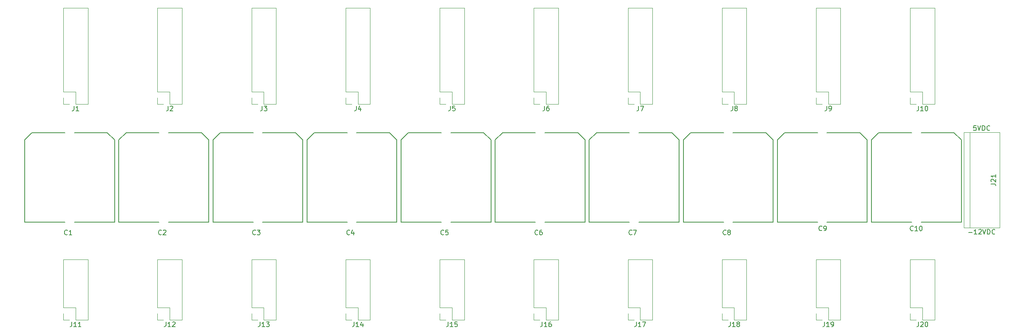
<source format=gbr>
G04 #@! TF.GenerationSoftware,KiCad,Pcbnew,9.0.0*
G04 #@! TF.CreationDate,2025-02-23T15:51:00-07:00*
G04 #@! TF.ProjectId,Power_Distribution,506f7765-725f-4446-9973-747269627574,rev?*
G04 #@! TF.SameCoordinates,Original*
G04 #@! TF.FileFunction,Legend,Top*
G04 #@! TF.FilePolarity,Positive*
%FSLAX46Y46*%
G04 Gerber Fmt 4.6, Leading zero omitted, Abs format (unit mm)*
G04 Created by KiCad (PCBNEW 9.0.0) date 2025-02-23 15:51:00*
%MOMM*%
%LPD*%
G01*
G04 APERTURE LIST*
%ADD10C,0.150000*%
%ADD11C,0.120000*%
G04 APERTURE END LIST*
D10*
X203105095Y-54683866D02*
X203867000Y-54683866D01*
X204866999Y-55064819D02*
X204295571Y-55064819D01*
X204581285Y-55064819D02*
X204581285Y-54064819D01*
X204581285Y-54064819D02*
X204486047Y-54207676D01*
X204486047Y-54207676D02*
X204390809Y-54302914D01*
X204390809Y-54302914D02*
X204295571Y-54350533D01*
X205247952Y-54160057D02*
X205295571Y-54112438D01*
X205295571Y-54112438D02*
X205390809Y-54064819D01*
X205390809Y-54064819D02*
X205628904Y-54064819D01*
X205628904Y-54064819D02*
X205724142Y-54112438D01*
X205724142Y-54112438D02*
X205771761Y-54160057D01*
X205771761Y-54160057D02*
X205819380Y-54255295D01*
X205819380Y-54255295D02*
X205819380Y-54350533D01*
X205819380Y-54350533D02*
X205771761Y-54493390D01*
X205771761Y-54493390D02*
X205200333Y-55064819D01*
X205200333Y-55064819D02*
X205819380Y-55064819D01*
X206105095Y-54064819D02*
X206438428Y-55064819D01*
X206438428Y-55064819D02*
X206771761Y-54064819D01*
X207105095Y-55064819D02*
X207105095Y-54064819D01*
X207105095Y-54064819D02*
X207343190Y-54064819D01*
X207343190Y-54064819D02*
X207486047Y-54112438D01*
X207486047Y-54112438D02*
X207581285Y-54207676D01*
X207581285Y-54207676D02*
X207628904Y-54302914D01*
X207628904Y-54302914D02*
X207676523Y-54493390D01*
X207676523Y-54493390D02*
X207676523Y-54636247D01*
X207676523Y-54636247D02*
X207628904Y-54826723D01*
X207628904Y-54826723D02*
X207581285Y-54921961D01*
X207581285Y-54921961D02*
X207486047Y-55017200D01*
X207486047Y-55017200D02*
X207343190Y-55064819D01*
X207343190Y-55064819D02*
X207105095Y-55064819D01*
X208676523Y-54969580D02*
X208628904Y-55017200D01*
X208628904Y-55017200D02*
X208486047Y-55064819D01*
X208486047Y-55064819D02*
X208390809Y-55064819D01*
X208390809Y-55064819D02*
X208247952Y-55017200D01*
X208247952Y-55017200D02*
X208152714Y-54921961D01*
X208152714Y-54921961D02*
X208105095Y-54826723D01*
X208105095Y-54826723D02*
X208057476Y-54636247D01*
X208057476Y-54636247D02*
X208057476Y-54493390D01*
X208057476Y-54493390D02*
X208105095Y-54302914D01*
X208105095Y-54302914D02*
X208152714Y-54207676D01*
X208152714Y-54207676D02*
X208247952Y-54112438D01*
X208247952Y-54112438D02*
X208390809Y-54064819D01*
X208390809Y-54064819D02*
X208486047Y-54064819D01*
X208486047Y-54064819D02*
X208628904Y-54112438D01*
X208628904Y-54112438D02*
X208676523Y-54160057D01*
X204676523Y-31966819D02*
X204200333Y-31966819D01*
X204200333Y-31966819D02*
X204152714Y-32443009D01*
X204152714Y-32443009D02*
X204200333Y-32395390D01*
X204200333Y-32395390D02*
X204295571Y-32347771D01*
X204295571Y-32347771D02*
X204533666Y-32347771D01*
X204533666Y-32347771D02*
X204628904Y-32395390D01*
X204628904Y-32395390D02*
X204676523Y-32443009D01*
X204676523Y-32443009D02*
X204724142Y-32538247D01*
X204724142Y-32538247D02*
X204724142Y-32776342D01*
X204724142Y-32776342D02*
X204676523Y-32871580D01*
X204676523Y-32871580D02*
X204628904Y-32919200D01*
X204628904Y-32919200D02*
X204533666Y-32966819D01*
X204533666Y-32966819D02*
X204295571Y-32966819D01*
X204295571Y-32966819D02*
X204200333Y-32919200D01*
X204200333Y-32919200D02*
X204152714Y-32871580D01*
X205009857Y-31966819D02*
X205343190Y-32966819D01*
X205343190Y-32966819D02*
X205676523Y-31966819D01*
X206009857Y-32966819D02*
X206009857Y-31966819D01*
X206009857Y-31966819D02*
X206247952Y-31966819D01*
X206247952Y-31966819D02*
X206390809Y-32014438D01*
X206390809Y-32014438D02*
X206486047Y-32109676D01*
X206486047Y-32109676D02*
X206533666Y-32204914D01*
X206533666Y-32204914D02*
X206581285Y-32395390D01*
X206581285Y-32395390D02*
X206581285Y-32538247D01*
X206581285Y-32538247D02*
X206533666Y-32728723D01*
X206533666Y-32728723D02*
X206486047Y-32823961D01*
X206486047Y-32823961D02*
X206390809Y-32919200D01*
X206390809Y-32919200D02*
X206247952Y-32966819D01*
X206247952Y-32966819D02*
X206009857Y-32966819D01*
X207581285Y-32871580D02*
X207533666Y-32919200D01*
X207533666Y-32919200D02*
X207390809Y-32966819D01*
X207390809Y-32966819D02*
X207295571Y-32966819D01*
X207295571Y-32966819D02*
X207152714Y-32919200D01*
X207152714Y-32919200D02*
X207057476Y-32823961D01*
X207057476Y-32823961D02*
X207009857Y-32728723D01*
X207009857Y-32728723D02*
X206962238Y-32538247D01*
X206962238Y-32538247D02*
X206962238Y-32395390D01*
X206962238Y-32395390D02*
X207009857Y-32204914D01*
X207009857Y-32204914D02*
X207057476Y-32109676D01*
X207057476Y-32109676D02*
X207152714Y-32014438D01*
X207152714Y-32014438D02*
X207295571Y-31966819D01*
X207295571Y-31966819D02*
X207390809Y-31966819D01*
X207390809Y-31966819D02*
X207533666Y-32014438D01*
X207533666Y-32014438D02*
X207581285Y-32062057D01*
X31515833Y-55107080D02*
X31468214Y-55154700D01*
X31468214Y-55154700D02*
X31325357Y-55202319D01*
X31325357Y-55202319D02*
X31230119Y-55202319D01*
X31230119Y-55202319D02*
X31087262Y-55154700D01*
X31087262Y-55154700D02*
X30992024Y-55059461D01*
X30992024Y-55059461D02*
X30944405Y-54964223D01*
X30944405Y-54964223D02*
X30896786Y-54773747D01*
X30896786Y-54773747D02*
X30896786Y-54630890D01*
X30896786Y-54630890D02*
X30944405Y-54440414D01*
X30944405Y-54440414D02*
X30992024Y-54345176D01*
X30992024Y-54345176D02*
X31087262Y-54249938D01*
X31087262Y-54249938D02*
X31230119Y-54202319D01*
X31230119Y-54202319D02*
X31325357Y-54202319D01*
X31325357Y-54202319D02*
X31468214Y-54249938D01*
X31468214Y-54249938D02*
X31515833Y-54297557D01*
X31896786Y-54297557D02*
X31944405Y-54249938D01*
X31944405Y-54249938D02*
X32039643Y-54202319D01*
X32039643Y-54202319D02*
X32277738Y-54202319D01*
X32277738Y-54202319D02*
X32372976Y-54249938D01*
X32372976Y-54249938D02*
X32420595Y-54297557D01*
X32420595Y-54297557D02*
X32468214Y-54392795D01*
X32468214Y-54392795D02*
X32468214Y-54488033D01*
X32468214Y-54488033D02*
X32420595Y-54630890D01*
X32420595Y-54630890D02*
X31849167Y-55202319D01*
X31849167Y-55202319D02*
X32468214Y-55202319D01*
X11515833Y-55107080D02*
X11468214Y-55154700D01*
X11468214Y-55154700D02*
X11325357Y-55202319D01*
X11325357Y-55202319D02*
X11230119Y-55202319D01*
X11230119Y-55202319D02*
X11087262Y-55154700D01*
X11087262Y-55154700D02*
X10992024Y-55059461D01*
X10992024Y-55059461D02*
X10944405Y-54964223D01*
X10944405Y-54964223D02*
X10896786Y-54773747D01*
X10896786Y-54773747D02*
X10896786Y-54630890D01*
X10896786Y-54630890D02*
X10944405Y-54440414D01*
X10944405Y-54440414D02*
X10992024Y-54345176D01*
X10992024Y-54345176D02*
X11087262Y-54249938D01*
X11087262Y-54249938D02*
X11230119Y-54202319D01*
X11230119Y-54202319D02*
X11325357Y-54202319D01*
X11325357Y-54202319D02*
X11468214Y-54249938D01*
X11468214Y-54249938D02*
X11515833Y-54297557D01*
X12468214Y-55202319D02*
X11896786Y-55202319D01*
X12182500Y-55202319D02*
X12182500Y-54202319D01*
X12182500Y-54202319D02*
X12087262Y-54345176D01*
X12087262Y-54345176D02*
X11992024Y-54440414D01*
X11992024Y-54440414D02*
X11896786Y-54488033D01*
X51515833Y-55107080D02*
X51468214Y-55154700D01*
X51468214Y-55154700D02*
X51325357Y-55202319D01*
X51325357Y-55202319D02*
X51230119Y-55202319D01*
X51230119Y-55202319D02*
X51087262Y-55154700D01*
X51087262Y-55154700D02*
X50992024Y-55059461D01*
X50992024Y-55059461D02*
X50944405Y-54964223D01*
X50944405Y-54964223D02*
X50896786Y-54773747D01*
X50896786Y-54773747D02*
X50896786Y-54630890D01*
X50896786Y-54630890D02*
X50944405Y-54440414D01*
X50944405Y-54440414D02*
X50992024Y-54345176D01*
X50992024Y-54345176D02*
X51087262Y-54249938D01*
X51087262Y-54249938D02*
X51230119Y-54202319D01*
X51230119Y-54202319D02*
X51325357Y-54202319D01*
X51325357Y-54202319D02*
X51468214Y-54249938D01*
X51468214Y-54249938D02*
X51515833Y-54297557D01*
X51849167Y-54202319D02*
X52468214Y-54202319D01*
X52468214Y-54202319D02*
X52134881Y-54583271D01*
X52134881Y-54583271D02*
X52277738Y-54583271D01*
X52277738Y-54583271D02*
X52372976Y-54630890D01*
X52372976Y-54630890D02*
X52420595Y-54678509D01*
X52420595Y-54678509D02*
X52468214Y-54773747D01*
X52468214Y-54773747D02*
X52468214Y-55011842D01*
X52468214Y-55011842D02*
X52420595Y-55107080D01*
X52420595Y-55107080D02*
X52372976Y-55154700D01*
X52372976Y-55154700D02*
X52277738Y-55202319D01*
X52277738Y-55202319D02*
X51992024Y-55202319D01*
X51992024Y-55202319D02*
X51896786Y-55154700D01*
X51896786Y-55154700D02*
X51849167Y-55107080D01*
X71515833Y-55107080D02*
X71468214Y-55154700D01*
X71468214Y-55154700D02*
X71325357Y-55202319D01*
X71325357Y-55202319D02*
X71230119Y-55202319D01*
X71230119Y-55202319D02*
X71087262Y-55154700D01*
X71087262Y-55154700D02*
X70992024Y-55059461D01*
X70992024Y-55059461D02*
X70944405Y-54964223D01*
X70944405Y-54964223D02*
X70896786Y-54773747D01*
X70896786Y-54773747D02*
X70896786Y-54630890D01*
X70896786Y-54630890D02*
X70944405Y-54440414D01*
X70944405Y-54440414D02*
X70992024Y-54345176D01*
X70992024Y-54345176D02*
X71087262Y-54249938D01*
X71087262Y-54249938D02*
X71230119Y-54202319D01*
X71230119Y-54202319D02*
X71325357Y-54202319D01*
X71325357Y-54202319D02*
X71468214Y-54249938D01*
X71468214Y-54249938D02*
X71515833Y-54297557D01*
X72372976Y-54535652D02*
X72372976Y-55202319D01*
X72134881Y-54154700D02*
X71896786Y-54868985D01*
X71896786Y-54868985D02*
X72515833Y-54868985D01*
X131515833Y-55107080D02*
X131468214Y-55154700D01*
X131468214Y-55154700D02*
X131325357Y-55202319D01*
X131325357Y-55202319D02*
X131230119Y-55202319D01*
X131230119Y-55202319D02*
X131087262Y-55154700D01*
X131087262Y-55154700D02*
X130992024Y-55059461D01*
X130992024Y-55059461D02*
X130944405Y-54964223D01*
X130944405Y-54964223D02*
X130896786Y-54773747D01*
X130896786Y-54773747D02*
X130896786Y-54630890D01*
X130896786Y-54630890D02*
X130944405Y-54440414D01*
X130944405Y-54440414D02*
X130992024Y-54345176D01*
X130992024Y-54345176D02*
X131087262Y-54249938D01*
X131087262Y-54249938D02*
X131230119Y-54202319D01*
X131230119Y-54202319D02*
X131325357Y-54202319D01*
X131325357Y-54202319D02*
X131468214Y-54249938D01*
X131468214Y-54249938D02*
X131515833Y-54297557D01*
X131849167Y-54202319D02*
X132515833Y-54202319D01*
X132515833Y-54202319D02*
X132087262Y-55202319D01*
X151515833Y-55107080D02*
X151468214Y-55154700D01*
X151468214Y-55154700D02*
X151325357Y-55202319D01*
X151325357Y-55202319D02*
X151230119Y-55202319D01*
X151230119Y-55202319D02*
X151087262Y-55154700D01*
X151087262Y-55154700D02*
X150992024Y-55059461D01*
X150992024Y-55059461D02*
X150944405Y-54964223D01*
X150944405Y-54964223D02*
X150896786Y-54773747D01*
X150896786Y-54773747D02*
X150896786Y-54630890D01*
X150896786Y-54630890D02*
X150944405Y-54440414D01*
X150944405Y-54440414D02*
X150992024Y-54345176D01*
X150992024Y-54345176D02*
X151087262Y-54249938D01*
X151087262Y-54249938D02*
X151230119Y-54202319D01*
X151230119Y-54202319D02*
X151325357Y-54202319D01*
X151325357Y-54202319D02*
X151468214Y-54249938D01*
X151468214Y-54249938D02*
X151515833Y-54297557D01*
X152087262Y-54630890D02*
X151992024Y-54583271D01*
X151992024Y-54583271D02*
X151944405Y-54535652D01*
X151944405Y-54535652D02*
X151896786Y-54440414D01*
X151896786Y-54440414D02*
X151896786Y-54392795D01*
X151896786Y-54392795D02*
X151944405Y-54297557D01*
X151944405Y-54297557D02*
X151992024Y-54249938D01*
X151992024Y-54249938D02*
X152087262Y-54202319D01*
X152087262Y-54202319D02*
X152277738Y-54202319D01*
X152277738Y-54202319D02*
X152372976Y-54249938D01*
X152372976Y-54249938D02*
X152420595Y-54297557D01*
X152420595Y-54297557D02*
X152468214Y-54392795D01*
X152468214Y-54392795D02*
X152468214Y-54440414D01*
X152468214Y-54440414D02*
X152420595Y-54535652D01*
X152420595Y-54535652D02*
X152372976Y-54583271D01*
X152372976Y-54583271D02*
X152277738Y-54630890D01*
X152277738Y-54630890D02*
X152087262Y-54630890D01*
X152087262Y-54630890D02*
X151992024Y-54678509D01*
X151992024Y-54678509D02*
X151944405Y-54726128D01*
X151944405Y-54726128D02*
X151896786Y-54821366D01*
X151896786Y-54821366D02*
X151896786Y-55011842D01*
X151896786Y-55011842D02*
X151944405Y-55107080D01*
X151944405Y-55107080D02*
X151992024Y-55154700D01*
X151992024Y-55154700D02*
X152087262Y-55202319D01*
X152087262Y-55202319D02*
X152277738Y-55202319D01*
X152277738Y-55202319D02*
X152372976Y-55154700D01*
X152372976Y-55154700D02*
X152420595Y-55107080D01*
X152420595Y-55107080D02*
X152468214Y-55011842D01*
X152468214Y-55011842D02*
X152468214Y-54821366D01*
X152468214Y-54821366D02*
X152420595Y-54726128D01*
X152420595Y-54726128D02*
X152372976Y-54678509D01*
X152372976Y-54678509D02*
X152277738Y-54630890D01*
X91515833Y-55107080D02*
X91468214Y-55154700D01*
X91468214Y-55154700D02*
X91325357Y-55202319D01*
X91325357Y-55202319D02*
X91230119Y-55202319D01*
X91230119Y-55202319D02*
X91087262Y-55154700D01*
X91087262Y-55154700D02*
X90992024Y-55059461D01*
X90992024Y-55059461D02*
X90944405Y-54964223D01*
X90944405Y-54964223D02*
X90896786Y-54773747D01*
X90896786Y-54773747D02*
X90896786Y-54630890D01*
X90896786Y-54630890D02*
X90944405Y-54440414D01*
X90944405Y-54440414D02*
X90992024Y-54345176D01*
X90992024Y-54345176D02*
X91087262Y-54249938D01*
X91087262Y-54249938D02*
X91230119Y-54202319D01*
X91230119Y-54202319D02*
X91325357Y-54202319D01*
X91325357Y-54202319D02*
X91468214Y-54249938D01*
X91468214Y-54249938D02*
X91515833Y-54297557D01*
X92420595Y-54202319D02*
X91944405Y-54202319D01*
X91944405Y-54202319D02*
X91896786Y-54678509D01*
X91896786Y-54678509D02*
X91944405Y-54630890D01*
X91944405Y-54630890D02*
X92039643Y-54583271D01*
X92039643Y-54583271D02*
X92277738Y-54583271D01*
X92277738Y-54583271D02*
X92372976Y-54630890D01*
X92372976Y-54630890D02*
X92420595Y-54678509D01*
X92420595Y-54678509D02*
X92468214Y-54773747D01*
X92468214Y-54773747D02*
X92468214Y-55011842D01*
X92468214Y-55011842D02*
X92420595Y-55107080D01*
X92420595Y-55107080D02*
X92372976Y-55154700D01*
X92372976Y-55154700D02*
X92277738Y-55202319D01*
X92277738Y-55202319D02*
X92039643Y-55202319D01*
X92039643Y-55202319D02*
X91944405Y-55154700D01*
X91944405Y-55154700D02*
X91896786Y-55107080D01*
X111515833Y-55107080D02*
X111468214Y-55154700D01*
X111468214Y-55154700D02*
X111325357Y-55202319D01*
X111325357Y-55202319D02*
X111230119Y-55202319D01*
X111230119Y-55202319D02*
X111087262Y-55154700D01*
X111087262Y-55154700D02*
X110992024Y-55059461D01*
X110992024Y-55059461D02*
X110944405Y-54964223D01*
X110944405Y-54964223D02*
X110896786Y-54773747D01*
X110896786Y-54773747D02*
X110896786Y-54630890D01*
X110896786Y-54630890D02*
X110944405Y-54440414D01*
X110944405Y-54440414D02*
X110992024Y-54345176D01*
X110992024Y-54345176D02*
X111087262Y-54249938D01*
X111087262Y-54249938D02*
X111230119Y-54202319D01*
X111230119Y-54202319D02*
X111325357Y-54202319D01*
X111325357Y-54202319D02*
X111468214Y-54249938D01*
X111468214Y-54249938D02*
X111515833Y-54297557D01*
X112372976Y-54202319D02*
X112182500Y-54202319D01*
X112182500Y-54202319D02*
X112087262Y-54249938D01*
X112087262Y-54249938D02*
X112039643Y-54297557D01*
X112039643Y-54297557D02*
X111944405Y-54440414D01*
X111944405Y-54440414D02*
X111896786Y-54630890D01*
X111896786Y-54630890D02*
X111896786Y-55011842D01*
X111896786Y-55011842D02*
X111944405Y-55107080D01*
X111944405Y-55107080D02*
X111992024Y-55154700D01*
X111992024Y-55154700D02*
X112087262Y-55202319D01*
X112087262Y-55202319D02*
X112277738Y-55202319D01*
X112277738Y-55202319D02*
X112372976Y-55154700D01*
X112372976Y-55154700D02*
X112420595Y-55107080D01*
X112420595Y-55107080D02*
X112468214Y-55011842D01*
X112468214Y-55011842D02*
X112468214Y-54773747D01*
X112468214Y-54773747D02*
X112420595Y-54678509D01*
X112420595Y-54678509D02*
X112372976Y-54630890D01*
X112372976Y-54630890D02*
X112277738Y-54583271D01*
X112277738Y-54583271D02*
X112087262Y-54583271D01*
X112087262Y-54583271D02*
X111992024Y-54630890D01*
X111992024Y-54630890D02*
X111944405Y-54678509D01*
X111944405Y-54678509D02*
X111896786Y-54773747D01*
X171903413Y-54236660D02*
X171855794Y-54284280D01*
X171855794Y-54284280D02*
X171712937Y-54331899D01*
X171712937Y-54331899D02*
X171617699Y-54331899D01*
X171617699Y-54331899D02*
X171474842Y-54284280D01*
X171474842Y-54284280D02*
X171379604Y-54189041D01*
X171379604Y-54189041D02*
X171331985Y-54093803D01*
X171331985Y-54093803D02*
X171284366Y-53903327D01*
X171284366Y-53903327D02*
X171284366Y-53760470D01*
X171284366Y-53760470D02*
X171331985Y-53569994D01*
X171331985Y-53569994D02*
X171379604Y-53474756D01*
X171379604Y-53474756D02*
X171474842Y-53379518D01*
X171474842Y-53379518D02*
X171617699Y-53331899D01*
X171617699Y-53331899D02*
X171712937Y-53331899D01*
X171712937Y-53331899D02*
X171855794Y-53379518D01*
X171855794Y-53379518D02*
X171903413Y-53427137D01*
X172379604Y-54331899D02*
X172570080Y-54331899D01*
X172570080Y-54331899D02*
X172665318Y-54284280D01*
X172665318Y-54284280D02*
X172712937Y-54236660D01*
X172712937Y-54236660D02*
X172808175Y-54093803D01*
X172808175Y-54093803D02*
X172855794Y-53903327D01*
X172855794Y-53903327D02*
X172855794Y-53522375D01*
X172855794Y-53522375D02*
X172808175Y-53427137D01*
X172808175Y-53427137D02*
X172760556Y-53379518D01*
X172760556Y-53379518D02*
X172665318Y-53331899D01*
X172665318Y-53331899D02*
X172474842Y-53331899D01*
X172474842Y-53331899D02*
X172379604Y-53379518D01*
X172379604Y-53379518D02*
X172331985Y-53427137D01*
X172331985Y-53427137D02*
X172284366Y-53522375D01*
X172284366Y-53522375D02*
X172284366Y-53760470D01*
X172284366Y-53760470D02*
X172331985Y-53855708D01*
X172331985Y-53855708D02*
X172379604Y-53903327D01*
X172379604Y-53903327D02*
X172474842Y-53950946D01*
X172474842Y-53950946D02*
X172665318Y-53950946D01*
X172665318Y-53950946D02*
X172760556Y-53903327D01*
X172760556Y-53903327D02*
X172808175Y-53855708D01*
X172808175Y-53855708D02*
X172855794Y-53760470D01*
X191308582Y-54241740D02*
X191260963Y-54289360D01*
X191260963Y-54289360D02*
X191118106Y-54336979D01*
X191118106Y-54336979D02*
X191022868Y-54336979D01*
X191022868Y-54336979D02*
X190880011Y-54289360D01*
X190880011Y-54289360D02*
X190784773Y-54194121D01*
X190784773Y-54194121D02*
X190737154Y-54098883D01*
X190737154Y-54098883D02*
X190689535Y-53908407D01*
X190689535Y-53908407D02*
X190689535Y-53765550D01*
X190689535Y-53765550D02*
X190737154Y-53575074D01*
X190737154Y-53575074D02*
X190784773Y-53479836D01*
X190784773Y-53479836D02*
X190880011Y-53384598D01*
X190880011Y-53384598D02*
X191022868Y-53336979D01*
X191022868Y-53336979D02*
X191118106Y-53336979D01*
X191118106Y-53336979D02*
X191260963Y-53384598D01*
X191260963Y-53384598D02*
X191308582Y-53432217D01*
X192260963Y-54336979D02*
X191689535Y-54336979D01*
X191975249Y-54336979D02*
X191975249Y-53336979D01*
X191975249Y-53336979D02*
X191880011Y-53479836D01*
X191880011Y-53479836D02*
X191784773Y-53575074D01*
X191784773Y-53575074D02*
X191689535Y-53622693D01*
X192880011Y-53336979D02*
X192975249Y-53336979D01*
X192975249Y-53336979D02*
X193070487Y-53384598D01*
X193070487Y-53384598D02*
X193118106Y-53432217D01*
X193118106Y-53432217D02*
X193165725Y-53527455D01*
X193165725Y-53527455D02*
X193213344Y-53717931D01*
X193213344Y-53717931D02*
X193213344Y-53956026D01*
X193213344Y-53956026D02*
X193165725Y-54146502D01*
X193165725Y-54146502D02*
X193118106Y-54241740D01*
X193118106Y-54241740D02*
X193070487Y-54289360D01*
X193070487Y-54289360D02*
X192975249Y-54336979D01*
X192975249Y-54336979D02*
X192880011Y-54336979D01*
X192880011Y-54336979D02*
X192784773Y-54289360D01*
X192784773Y-54289360D02*
X192737154Y-54241740D01*
X192737154Y-54241740D02*
X192689535Y-54146502D01*
X192689535Y-54146502D02*
X192641916Y-53956026D01*
X192641916Y-53956026D02*
X192641916Y-53717931D01*
X192641916Y-53717931D02*
X192689535Y-53527455D01*
X192689535Y-53527455D02*
X192737154Y-53432217D01*
X192737154Y-53432217D02*
X192784773Y-53384598D01*
X192784773Y-53384598D02*
X192880011Y-53336979D01*
X172460476Y-73784819D02*
X172460476Y-74499104D01*
X172460476Y-74499104D02*
X172412857Y-74641961D01*
X172412857Y-74641961D02*
X172317619Y-74737200D01*
X172317619Y-74737200D02*
X172174762Y-74784819D01*
X172174762Y-74784819D02*
X172079524Y-74784819D01*
X173460476Y-74784819D02*
X172889048Y-74784819D01*
X173174762Y-74784819D02*
X173174762Y-73784819D01*
X173174762Y-73784819D02*
X173079524Y-73927676D01*
X173079524Y-73927676D02*
X172984286Y-74022914D01*
X172984286Y-74022914D02*
X172889048Y-74070533D01*
X173936667Y-74784819D02*
X174127143Y-74784819D01*
X174127143Y-74784819D02*
X174222381Y-74737200D01*
X174222381Y-74737200D02*
X174270000Y-74689580D01*
X174270000Y-74689580D02*
X174365238Y-74546723D01*
X174365238Y-74546723D02*
X174412857Y-74356247D01*
X174412857Y-74356247D02*
X174412857Y-73975295D01*
X174412857Y-73975295D02*
X174365238Y-73880057D01*
X174365238Y-73880057D02*
X174317619Y-73832438D01*
X174317619Y-73832438D02*
X174222381Y-73784819D01*
X174222381Y-73784819D02*
X174031905Y-73784819D01*
X174031905Y-73784819D02*
X173936667Y-73832438D01*
X173936667Y-73832438D02*
X173889048Y-73880057D01*
X173889048Y-73880057D02*
X173841429Y-73975295D01*
X173841429Y-73975295D02*
X173841429Y-74213390D01*
X173841429Y-74213390D02*
X173889048Y-74308628D01*
X173889048Y-74308628D02*
X173936667Y-74356247D01*
X173936667Y-74356247D02*
X174031905Y-74403866D01*
X174031905Y-74403866D02*
X174222381Y-74403866D01*
X174222381Y-74403866D02*
X174317619Y-74356247D01*
X174317619Y-74356247D02*
X174365238Y-74308628D01*
X174365238Y-74308628D02*
X174412857Y-74213390D01*
X192460476Y-73784819D02*
X192460476Y-74499104D01*
X192460476Y-74499104D02*
X192412857Y-74641961D01*
X192412857Y-74641961D02*
X192317619Y-74737200D01*
X192317619Y-74737200D02*
X192174762Y-74784819D01*
X192174762Y-74784819D02*
X192079524Y-74784819D01*
X192889048Y-73880057D02*
X192936667Y-73832438D01*
X192936667Y-73832438D02*
X193031905Y-73784819D01*
X193031905Y-73784819D02*
X193270000Y-73784819D01*
X193270000Y-73784819D02*
X193365238Y-73832438D01*
X193365238Y-73832438D02*
X193412857Y-73880057D01*
X193412857Y-73880057D02*
X193460476Y-73975295D01*
X193460476Y-73975295D02*
X193460476Y-74070533D01*
X193460476Y-74070533D02*
X193412857Y-74213390D01*
X193412857Y-74213390D02*
X192841429Y-74784819D01*
X192841429Y-74784819D02*
X193460476Y-74784819D01*
X194079524Y-73784819D02*
X194174762Y-73784819D01*
X194174762Y-73784819D02*
X194270000Y-73832438D01*
X194270000Y-73832438D02*
X194317619Y-73880057D01*
X194317619Y-73880057D02*
X194365238Y-73975295D01*
X194365238Y-73975295D02*
X194412857Y-74165771D01*
X194412857Y-74165771D02*
X194412857Y-74403866D01*
X194412857Y-74403866D02*
X194365238Y-74594342D01*
X194365238Y-74594342D02*
X194317619Y-74689580D01*
X194317619Y-74689580D02*
X194270000Y-74737200D01*
X194270000Y-74737200D02*
X194174762Y-74784819D01*
X194174762Y-74784819D02*
X194079524Y-74784819D01*
X194079524Y-74784819D02*
X193984286Y-74737200D01*
X193984286Y-74737200D02*
X193936667Y-74689580D01*
X193936667Y-74689580D02*
X193889048Y-74594342D01*
X193889048Y-74594342D02*
X193841429Y-74403866D01*
X193841429Y-74403866D02*
X193841429Y-74165771D01*
X193841429Y-74165771D02*
X193889048Y-73975295D01*
X193889048Y-73975295D02*
X193936667Y-73880057D01*
X193936667Y-73880057D02*
X193984286Y-73832438D01*
X193984286Y-73832438D02*
X194079524Y-73784819D01*
X152460476Y-73784819D02*
X152460476Y-74499104D01*
X152460476Y-74499104D02*
X152412857Y-74641961D01*
X152412857Y-74641961D02*
X152317619Y-74737200D01*
X152317619Y-74737200D02*
X152174762Y-74784819D01*
X152174762Y-74784819D02*
X152079524Y-74784819D01*
X153460476Y-74784819D02*
X152889048Y-74784819D01*
X153174762Y-74784819D02*
X153174762Y-73784819D01*
X153174762Y-73784819D02*
X153079524Y-73927676D01*
X153079524Y-73927676D02*
X152984286Y-74022914D01*
X152984286Y-74022914D02*
X152889048Y-74070533D01*
X154031905Y-74213390D02*
X153936667Y-74165771D01*
X153936667Y-74165771D02*
X153889048Y-74118152D01*
X153889048Y-74118152D02*
X153841429Y-74022914D01*
X153841429Y-74022914D02*
X153841429Y-73975295D01*
X153841429Y-73975295D02*
X153889048Y-73880057D01*
X153889048Y-73880057D02*
X153936667Y-73832438D01*
X153936667Y-73832438D02*
X154031905Y-73784819D01*
X154031905Y-73784819D02*
X154222381Y-73784819D01*
X154222381Y-73784819D02*
X154317619Y-73832438D01*
X154317619Y-73832438D02*
X154365238Y-73880057D01*
X154365238Y-73880057D02*
X154412857Y-73975295D01*
X154412857Y-73975295D02*
X154412857Y-74022914D01*
X154412857Y-74022914D02*
X154365238Y-74118152D01*
X154365238Y-74118152D02*
X154317619Y-74165771D01*
X154317619Y-74165771D02*
X154222381Y-74213390D01*
X154222381Y-74213390D02*
X154031905Y-74213390D01*
X154031905Y-74213390D02*
X153936667Y-74261009D01*
X153936667Y-74261009D02*
X153889048Y-74308628D01*
X153889048Y-74308628D02*
X153841429Y-74403866D01*
X153841429Y-74403866D02*
X153841429Y-74594342D01*
X153841429Y-74594342D02*
X153889048Y-74689580D01*
X153889048Y-74689580D02*
X153936667Y-74737200D01*
X153936667Y-74737200D02*
X154031905Y-74784819D01*
X154031905Y-74784819D02*
X154222381Y-74784819D01*
X154222381Y-74784819D02*
X154317619Y-74737200D01*
X154317619Y-74737200D02*
X154365238Y-74689580D01*
X154365238Y-74689580D02*
X154412857Y-74594342D01*
X154412857Y-74594342D02*
X154412857Y-74403866D01*
X154412857Y-74403866D02*
X154365238Y-74308628D01*
X154365238Y-74308628D02*
X154317619Y-74261009D01*
X154317619Y-74261009D02*
X154222381Y-74213390D01*
X112460476Y-73784819D02*
X112460476Y-74499104D01*
X112460476Y-74499104D02*
X112412857Y-74641961D01*
X112412857Y-74641961D02*
X112317619Y-74737200D01*
X112317619Y-74737200D02*
X112174762Y-74784819D01*
X112174762Y-74784819D02*
X112079524Y-74784819D01*
X113460476Y-74784819D02*
X112889048Y-74784819D01*
X113174762Y-74784819D02*
X113174762Y-73784819D01*
X113174762Y-73784819D02*
X113079524Y-73927676D01*
X113079524Y-73927676D02*
X112984286Y-74022914D01*
X112984286Y-74022914D02*
X112889048Y-74070533D01*
X114317619Y-73784819D02*
X114127143Y-73784819D01*
X114127143Y-73784819D02*
X114031905Y-73832438D01*
X114031905Y-73832438D02*
X113984286Y-73880057D01*
X113984286Y-73880057D02*
X113889048Y-74022914D01*
X113889048Y-74022914D02*
X113841429Y-74213390D01*
X113841429Y-74213390D02*
X113841429Y-74594342D01*
X113841429Y-74594342D02*
X113889048Y-74689580D01*
X113889048Y-74689580D02*
X113936667Y-74737200D01*
X113936667Y-74737200D02*
X114031905Y-74784819D01*
X114031905Y-74784819D02*
X114222381Y-74784819D01*
X114222381Y-74784819D02*
X114317619Y-74737200D01*
X114317619Y-74737200D02*
X114365238Y-74689580D01*
X114365238Y-74689580D02*
X114412857Y-74594342D01*
X114412857Y-74594342D02*
X114412857Y-74356247D01*
X114412857Y-74356247D02*
X114365238Y-74261009D01*
X114365238Y-74261009D02*
X114317619Y-74213390D01*
X114317619Y-74213390D02*
X114222381Y-74165771D01*
X114222381Y-74165771D02*
X114031905Y-74165771D01*
X114031905Y-74165771D02*
X113936667Y-74213390D01*
X113936667Y-74213390D02*
X113889048Y-74261009D01*
X113889048Y-74261009D02*
X113841429Y-74356247D01*
X12460476Y-73784819D02*
X12460476Y-74499104D01*
X12460476Y-74499104D02*
X12412857Y-74641961D01*
X12412857Y-74641961D02*
X12317619Y-74737200D01*
X12317619Y-74737200D02*
X12174762Y-74784819D01*
X12174762Y-74784819D02*
X12079524Y-74784819D01*
X13460476Y-74784819D02*
X12889048Y-74784819D01*
X13174762Y-74784819D02*
X13174762Y-73784819D01*
X13174762Y-73784819D02*
X13079524Y-73927676D01*
X13079524Y-73927676D02*
X12984286Y-74022914D01*
X12984286Y-74022914D02*
X12889048Y-74070533D01*
X14412857Y-74784819D02*
X13841429Y-74784819D01*
X14127143Y-74784819D02*
X14127143Y-73784819D01*
X14127143Y-73784819D02*
X14031905Y-73927676D01*
X14031905Y-73927676D02*
X13936667Y-74022914D01*
X13936667Y-74022914D02*
X13841429Y-74070533D01*
X52460476Y-73784819D02*
X52460476Y-74499104D01*
X52460476Y-74499104D02*
X52412857Y-74641961D01*
X52412857Y-74641961D02*
X52317619Y-74737200D01*
X52317619Y-74737200D02*
X52174762Y-74784819D01*
X52174762Y-74784819D02*
X52079524Y-74784819D01*
X53460476Y-74784819D02*
X52889048Y-74784819D01*
X53174762Y-74784819D02*
X53174762Y-73784819D01*
X53174762Y-73784819D02*
X53079524Y-73927676D01*
X53079524Y-73927676D02*
X52984286Y-74022914D01*
X52984286Y-74022914D02*
X52889048Y-74070533D01*
X53793810Y-73784819D02*
X54412857Y-73784819D01*
X54412857Y-73784819D02*
X54079524Y-74165771D01*
X54079524Y-74165771D02*
X54222381Y-74165771D01*
X54222381Y-74165771D02*
X54317619Y-74213390D01*
X54317619Y-74213390D02*
X54365238Y-74261009D01*
X54365238Y-74261009D02*
X54412857Y-74356247D01*
X54412857Y-74356247D02*
X54412857Y-74594342D01*
X54412857Y-74594342D02*
X54365238Y-74689580D01*
X54365238Y-74689580D02*
X54317619Y-74737200D01*
X54317619Y-74737200D02*
X54222381Y-74784819D01*
X54222381Y-74784819D02*
X53936667Y-74784819D01*
X53936667Y-74784819D02*
X53841429Y-74737200D01*
X53841429Y-74737200D02*
X53793810Y-74689580D01*
X72460476Y-73784819D02*
X72460476Y-74499104D01*
X72460476Y-74499104D02*
X72412857Y-74641961D01*
X72412857Y-74641961D02*
X72317619Y-74737200D01*
X72317619Y-74737200D02*
X72174762Y-74784819D01*
X72174762Y-74784819D02*
X72079524Y-74784819D01*
X73460476Y-74784819D02*
X72889048Y-74784819D01*
X73174762Y-74784819D02*
X73174762Y-73784819D01*
X73174762Y-73784819D02*
X73079524Y-73927676D01*
X73079524Y-73927676D02*
X72984286Y-74022914D01*
X72984286Y-74022914D02*
X72889048Y-74070533D01*
X74317619Y-74118152D02*
X74317619Y-74784819D01*
X74079524Y-73737200D02*
X73841429Y-74451485D01*
X73841429Y-74451485D02*
X74460476Y-74451485D01*
X92460476Y-73784819D02*
X92460476Y-74499104D01*
X92460476Y-74499104D02*
X92412857Y-74641961D01*
X92412857Y-74641961D02*
X92317619Y-74737200D01*
X92317619Y-74737200D02*
X92174762Y-74784819D01*
X92174762Y-74784819D02*
X92079524Y-74784819D01*
X93460476Y-74784819D02*
X92889048Y-74784819D01*
X93174762Y-74784819D02*
X93174762Y-73784819D01*
X93174762Y-73784819D02*
X93079524Y-73927676D01*
X93079524Y-73927676D02*
X92984286Y-74022914D01*
X92984286Y-74022914D02*
X92889048Y-74070533D01*
X94365238Y-73784819D02*
X93889048Y-73784819D01*
X93889048Y-73784819D02*
X93841429Y-74261009D01*
X93841429Y-74261009D02*
X93889048Y-74213390D01*
X93889048Y-74213390D02*
X93984286Y-74165771D01*
X93984286Y-74165771D02*
X94222381Y-74165771D01*
X94222381Y-74165771D02*
X94317619Y-74213390D01*
X94317619Y-74213390D02*
X94365238Y-74261009D01*
X94365238Y-74261009D02*
X94412857Y-74356247D01*
X94412857Y-74356247D02*
X94412857Y-74594342D01*
X94412857Y-74594342D02*
X94365238Y-74689580D01*
X94365238Y-74689580D02*
X94317619Y-74737200D01*
X94317619Y-74737200D02*
X94222381Y-74784819D01*
X94222381Y-74784819D02*
X93984286Y-74784819D01*
X93984286Y-74784819D02*
X93889048Y-74737200D01*
X93889048Y-74737200D02*
X93841429Y-74689580D01*
X32460476Y-73784819D02*
X32460476Y-74499104D01*
X32460476Y-74499104D02*
X32412857Y-74641961D01*
X32412857Y-74641961D02*
X32317619Y-74737200D01*
X32317619Y-74737200D02*
X32174762Y-74784819D01*
X32174762Y-74784819D02*
X32079524Y-74784819D01*
X33460476Y-74784819D02*
X32889048Y-74784819D01*
X33174762Y-74784819D02*
X33174762Y-73784819D01*
X33174762Y-73784819D02*
X33079524Y-73927676D01*
X33079524Y-73927676D02*
X32984286Y-74022914D01*
X32984286Y-74022914D02*
X32889048Y-74070533D01*
X33841429Y-73880057D02*
X33889048Y-73832438D01*
X33889048Y-73832438D02*
X33984286Y-73784819D01*
X33984286Y-73784819D02*
X34222381Y-73784819D01*
X34222381Y-73784819D02*
X34317619Y-73832438D01*
X34317619Y-73832438D02*
X34365238Y-73880057D01*
X34365238Y-73880057D02*
X34412857Y-73975295D01*
X34412857Y-73975295D02*
X34412857Y-74070533D01*
X34412857Y-74070533D02*
X34365238Y-74213390D01*
X34365238Y-74213390D02*
X33793810Y-74784819D01*
X33793810Y-74784819D02*
X34412857Y-74784819D01*
X132460476Y-73784819D02*
X132460476Y-74499104D01*
X132460476Y-74499104D02*
X132412857Y-74641961D01*
X132412857Y-74641961D02*
X132317619Y-74737200D01*
X132317619Y-74737200D02*
X132174762Y-74784819D01*
X132174762Y-74784819D02*
X132079524Y-74784819D01*
X133460476Y-74784819D02*
X132889048Y-74784819D01*
X133174762Y-74784819D02*
X133174762Y-73784819D01*
X133174762Y-73784819D02*
X133079524Y-73927676D01*
X133079524Y-73927676D02*
X132984286Y-74022914D01*
X132984286Y-74022914D02*
X132889048Y-74070533D01*
X133793810Y-73784819D02*
X134460476Y-73784819D01*
X134460476Y-73784819D02*
X134031905Y-74784819D01*
X207861819Y-44350523D02*
X208576104Y-44350523D01*
X208576104Y-44350523D02*
X208718961Y-44398142D01*
X208718961Y-44398142D02*
X208814200Y-44493380D01*
X208814200Y-44493380D02*
X208861819Y-44636237D01*
X208861819Y-44636237D02*
X208861819Y-44731475D01*
X207957057Y-43921951D02*
X207909438Y-43874332D01*
X207909438Y-43874332D02*
X207861819Y-43779094D01*
X207861819Y-43779094D02*
X207861819Y-43540999D01*
X207861819Y-43540999D02*
X207909438Y-43445761D01*
X207909438Y-43445761D02*
X207957057Y-43398142D01*
X207957057Y-43398142D02*
X208052295Y-43350523D01*
X208052295Y-43350523D02*
X208147533Y-43350523D01*
X208147533Y-43350523D02*
X208290390Y-43398142D01*
X208290390Y-43398142D02*
X208861819Y-43969570D01*
X208861819Y-43969570D02*
X208861819Y-43350523D01*
X208861819Y-42398142D02*
X208861819Y-42969570D01*
X208861819Y-42683856D02*
X207861819Y-42683856D01*
X207861819Y-42683856D02*
X208004676Y-42779094D01*
X208004676Y-42779094D02*
X208099914Y-42874332D01*
X208099914Y-42874332D02*
X208147533Y-42969570D01*
X152936666Y-27784819D02*
X152936666Y-28499104D01*
X152936666Y-28499104D02*
X152889047Y-28641961D01*
X152889047Y-28641961D02*
X152793809Y-28737200D01*
X152793809Y-28737200D02*
X152650952Y-28784819D01*
X152650952Y-28784819D02*
X152555714Y-28784819D01*
X153555714Y-28213390D02*
X153460476Y-28165771D01*
X153460476Y-28165771D02*
X153412857Y-28118152D01*
X153412857Y-28118152D02*
X153365238Y-28022914D01*
X153365238Y-28022914D02*
X153365238Y-27975295D01*
X153365238Y-27975295D02*
X153412857Y-27880057D01*
X153412857Y-27880057D02*
X153460476Y-27832438D01*
X153460476Y-27832438D02*
X153555714Y-27784819D01*
X153555714Y-27784819D02*
X153746190Y-27784819D01*
X153746190Y-27784819D02*
X153841428Y-27832438D01*
X153841428Y-27832438D02*
X153889047Y-27880057D01*
X153889047Y-27880057D02*
X153936666Y-27975295D01*
X153936666Y-27975295D02*
X153936666Y-28022914D01*
X153936666Y-28022914D02*
X153889047Y-28118152D01*
X153889047Y-28118152D02*
X153841428Y-28165771D01*
X153841428Y-28165771D02*
X153746190Y-28213390D01*
X153746190Y-28213390D02*
X153555714Y-28213390D01*
X153555714Y-28213390D02*
X153460476Y-28261009D01*
X153460476Y-28261009D02*
X153412857Y-28308628D01*
X153412857Y-28308628D02*
X153365238Y-28403866D01*
X153365238Y-28403866D02*
X153365238Y-28594342D01*
X153365238Y-28594342D02*
X153412857Y-28689580D01*
X153412857Y-28689580D02*
X153460476Y-28737200D01*
X153460476Y-28737200D02*
X153555714Y-28784819D01*
X153555714Y-28784819D02*
X153746190Y-28784819D01*
X153746190Y-28784819D02*
X153841428Y-28737200D01*
X153841428Y-28737200D02*
X153889047Y-28689580D01*
X153889047Y-28689580D02*
X153936666Y-28594342D01*
X153936666Y-28594342D02*
X153936666Y-28403866D01*
X153936666Y-28403866D02*
X153889047Y-28308628D01*
X153889047Y-28308628D02*
X153841428Y-28261009D01*
X153841428Y-28261009D02*
X153746190Y-28213390D01*
X32936666Y-27784819D02*
X32936666Y-28499104D01*
X32936666Y-28499104D02*
X32889047Y-28641961D01*
X32889047Y-28641961D02*
X32793809Y-28737200D01*
X32793809Y-28737200D02*
X32650952Y-28784819D01*
X32650952Y-28784819D02*
X32555714Y-28784819D01*
X33365238Y-27880057D02*
X33412857Y-27832438D01*
X33412857Y-27832438D02*
X33508095Y-27784819D01*
X33508095Y-27784819D02*
X33746190Y-27784819D01*
X33746190Y-27784819D02*
X33841428Y-27832438D01*
X33841428Y-27832438D02*
X33889047Y-27880057D01*
X33889047Y-27880057D02*
X33936666Y-27975295D01*
X33936666Y-27975295D02*
X33936666Y-28070533D01*
X33936666Y-28070533D02*
X33889047Y-28213390D01*
X33889047Y-28213390D02*
X33317619Y-28784819D01*
X33317619Y-28784819D02*
X33936666Y-28784819D01*
X12936666Y-27784819D02*
X12936666Y-28499104D01*
X12936666Y-28499104D02*
X12889047Y-28641961D01*
X12889047Y-28641961D02*
X12793809Y-28737200D01*
X12793809Y-28737200D02*
X12650952Y-28784819D01*
X12650952Y-28784819D02*
X12555714Y-28784819D01*
X13936666Y-28784819D02*
X13365238Y-28784819D01*
X13650952Y-28784819D02*
X13650952Y-27784819D01*
X13650952Y-27784819D02*
X13555714Y-27927676D01*
X13555714Y-27927676D02*
X13460476Y-28022914D01*
X13460476Y-28022914D02*
X13365238Y-28070533D01*
X192460476Y-27784819D02*
X192460476Y-28499104D01*
X192460476Y-28499104D02*
X192412857Y-28641961D01*
X192412857Y-28641961D02*
X192317619Y-28737200D01*
X192317619Y-28737200D02*
X192174762Y-28784819D01*
X192174762Y-28784819D02*
X192079524Y-28784819D01*
X193460476Y-28784819D02*
X192889048Y-28784819D01*
X193174762Y-28784819D02*
X193174762Y-27784819D01*
X193174762Y-27784819D02*
X193079524Y-27927676D01*
X193079524Y-27927676D02*
X192984286Y-28022914D01*
X192984286Y-28022914D02*
X192889048Y-28070533D01*
X194079524Y-27784819D02*
X194174762Y-27784819D01*
X194174762Y-27784819D02*
X194270000Y-27832438D01*
X194270000Y-27832438D02*
X194317619Y-27880057D01*
X194317619Y-27880057D02*
X194365238Y-27975295D01*
X194365238Y-27975295D02*
X194412857Y-28165771D01*
X194412857Y-28165771D02*
X194412857Y-28403866D01*
X194412857Y-28403866D02*
X194365238Y-28594342D01*
X194365238Y-28594342D02*
X194317619Y-28689580D01*
X194317619Y-28689580D02*
X194270000Y-28737200D01*
X194270000Y-28737200D02*
X194174762Y-28784819D01*
X194174762Y-28784819D02*
X194079524Y-28784819D01*
X194079524Y-28784819D02*
X193984286Y-28737200D01*
X193984286Y-28737200D02*
X193936667Y-28689580D01*
X193936667Y-28689580D02*
X193889048Y-28594342D01*
X193889048Y-28594342D02*
X193841429Y-28403866D01*
X193841429Y-28403866D02*
X193841429Y-28165771D01*
X193841429Y-28165771D02*
X193889048Y-27975295D01*
X193889048Y-27975295D02*
X193936667Y-27880057D01*
X193936667Y-27880057D02*
X193984286Y-27832438D01*
X193984286Y-27832438D02*
X194079524Y-27784819D01*
X172936666Y-27784819D02*
X172936666Y-28499104D01*
X172936666Y-28499104D02*
X172889047Y-28641961D01*
X172889047Y-28641961D02*
X172793809Y-28737200D01*
X172793809Y-28737200D02*
X172650952Y-28784819D01*
X172650952Y-28784819D02*
X172555714Y-28784819D01*
X173460476Y-28784819D02*
X173650952Y-28784819D01*
X173650952Y-28784819D02*
X173746190Y-28737200D01*
X173746190Y-28737200D02*
X173793809Y-28689580D01*
X173793809Y-28689580D02*
X173889047Y-28546723D01*
X173889047Y-28546723D02*
X173936666Y-28356247D01*
X173936666Y-28356247D02*
X173936666Y-27975295D01*
X173936666Y-27975295D02*
X173889047Y-27880057D01*
X173889047Y-27880057D02*
X173841428Y-27832438D01*
X173841428Y-27832438D02*
X173746190Y-27784819D01*
X173746190Y-27784819D02*
X173555714Y-27784819D01*
X173555714Y-27784819D02*
X173460476Y-27832438D01*
X173460476Y-27832438D02*
X173412857Y-27880057D01*
X173412857Y-27880057D02*
X173365238Y-27975295D01*
X173365238Y-27975295D02*
X173365238Y-28213390D01*
X173365238Y-28213390D02*
X173412857Y-28308628D01*
X173412857Y-28308628D02*
X173460476Y-28356247D01*
X173460476Y-28356247D02*
X173555714Y-28403866D01*
X173555714Y-28403866D02*
X173746190Y-28403866D01*
X173746190Y-28403866D02*
X173841428Y-28356247D01*
X173841428Y-28356247D02*
X173889047Y-28308628D01*
X173889047Y-28308628D02*
X173936666Y-28213390D01*
X72936666Y-27784819D02*
X72936666Y-28499104D01*
X72936666Y-28499104D02*
X72889047Y-28641961D01*
X72889047Y-28641961D02*
X72793809Y-28737200D01*
X72793809Y-28737200D02*
X72650952Y-28784819D01*
X72650952Y-28784819D02*
X72555714Y-28784819D01*
X73841428Y-28118152D02*
X73841428Y-28784819D01*
X73603333Y-27737200D02*
X73365238Y-28451485D01*
X73365238Y-28451485D02*
X73984285Y-28451485D01*
X132936666Y-27784819D02*
X132936666Y-28499104D01*
X132936666Y-28499104D02*
X132889047Y-28641961D01*
X132889047Y-28641961D02*
X132793809Y-28737200D01*
X132793809Y-28737200D02*
X132650952Y-28784819D01*
X132650952Y-28784819D02*
X132555714Y-28784819D01*
X133317619Y-27784819D02*
X133984285Y-27784819D01*
X133984285Y-27784819D02*
X133555714Y-28784819D01*
X52936666Y-27784819D02*
X52936666Y-28499104D01*
X52936666Y-28499104D02*
X52889047Y-28641961D01*
X52889047Y-28641961D02*
X52793809Y-28737200D01*
X52793809Y-28737200D02*
X52650952Y-28784819D01*
X52650952Y-28784819D02*
X52555714Y-28784819D01*
X53317619Y-27784819D02*
X53936666Y-27784819D01*
X53936666Y-27784819D02*
X53603333Y-28165771D01*
X53603333Y-28165771D02*
X53746190Y-28165771D01*
X53746190Y-28165771D02*
X53841428Y-28213390D01*
X53841428Y-28213390D02*
X53889047Y-28261009D01*
X53889047Y-28261009D02*
X53936666Y-28356247D01*
X53936666Y-28356247D02*
X53936666Y-28594342D01*
X53936666Y-28594342D02*
X53889047Y-28689580D01*
X53889047Y-28689580D02*
X53841428Y-28737200D01*
X53841428Y-28737200D02*
X53746190Y-28784819D01*
X53746190Y-28784819D02*
X53460476Y-28784819D01*
X53460476Y-28784819D02*
X53365238Y-28737200D01*
X53365238Y-28737200D02*
X53317619Y-28689580D01*
X112936666Y-27784819D02*
X112936666Y-28499104D01*
X112936666Y-28499104D02*
X112889047Y-28641961D01*
X112889047Y-28641961D02*
X112793809Y-28737200D01*
X112793809Y-28737200D02*
X112650952Y-28784819D01*
X112650952Y-28784819D02*
X112555714Y-28784819D01*
X113841428Y-27784819D02*
X113650952Y-27784819D01*
X113650952Y-27784819D02*
X113555714Y-27832438D01*
X113555714Y-27832438D02*
X113508095Y-27880057D01*
X113508095Y-27880057D02*
X113412857Y-28022914D01*
X113412857Y-28022914D02*
X113365238Y-28213390D01*
X113365238Y-28213390D02*
X113365238Y-28594342D01*
X113365238Y-28594342D02*
X113412857Y-28689580D01*
X113412857Y-28689580D02*
X113460476Y-28737200D01*
X113460476Y-28737200D02*
X113555714Y-28784819D01*
X113555714Y-28784819D02*
X113746190Y-28784819D01*
X113746190Y-28784819D02*
X113841428Y-28737200D01*
X113841428Y-28737200D02*
X113889047Y-28689580D01*
X113889047Y-28689580D02*
X113936666Y-28594342D01*
X113936666Y-28594342D02*
X113936666Y-28356247D01*
X113936666Y-28356247D02*
X113889047Y-28261009D01*
X113889047Y-28261009D02*
X113841428Y-28213390D01*
X113841428Y-28213390D02*
X113746190Y-28165771D01*
X113746190Y-28165771D02*
X113555714Y-28165771D01*
X113555714Y-28165771D02*
X113460476Y-28213390D01*
X113460476Y-28213390D02*
X113412857Y-28261009D01*
X113412857Y-28261009D02*
X113365238Y-28356247D01*
X92936666Y-27784819D02*
X92936666Y-28499104D01*
X92936666Y-28499104D02*
X92889047Y-28641961D01*
X92889047Y-28641961D02*
X92793809Y-28737200D01*
X92793809Y-28737200D02*
X92650952Y-28784819D01*
X92650952Y-28784819D02*
X92555714Y-28784819D01*
X93889047Y-27784819D02*
X93412857Y-27784819D01*
X93412857Y-27784819D02*
X93365238Y-28261009D01*
X93365238Y-28261009D02*
X93412857Y-28213390D01*
X93412857Y-28213390D02*
X93508095Y-28165771D01*
X93508095Y-28165771D02*
X93746190Y-28165771D01*
X93746190Y-28165771D02*
X93841428Y-28213390D01*
X93841428Y-28213390D02*
X93889047Y-28261009D01*
X93889047Y-28261009D02*
X93936666Y-28356247D01*
X93936666Y-28356247D02*
X93936666Y-28594342D01*
X93936666Y-28594342D02*
X93889047Y-28689580D01*
X93889047Y-28689580D02*
X93841428Y-28737200D01*
X93841428Y-28737200D02*
X93746190Y-28784819D01*
X93746190Y-28784819D02*
X93508095Y-28784819D01*
X93508095Y-28784819D02*
X93412857Y-28737200D01*
X93412857Y-28737200D02*
X93365238Y-28689580D01*
X22450000Y-35000000D02*
X24000000Y-33450000D01*
X31000000Y-52550000D02*
X22450000Y-52550000D01*
X41550000Y-52550000D02*
X41550000Y-35000000D01*
X22450000Y-52550000D02*
X22450000Y-35000000D01*
X33000000Y-33450000D02*
X40000000Y-33450000D01*
X31000000Y-33450000D02*
X24000000Y-33450000D01*
X40000000Y-33450000D02*
X41550000Y-35000000D01*
X33000000Y-52550000D02*
X41550000Y-52550000D01*
X13000000Y-52550000D02*
X21550000Y-52550000D01*
X2450000Y-52550000D02*
X2450000Y-35000000D01*
X11000000Y-33450000D02*
X4000000Y-33450000D01*
X20000000Y-33450000D02*
X21550000Y-35000000D01*
X21550000Y-52550000D02*
X21550000Y-35000000D01*
X2450000Y-35000000D02*
X4000000Y-33450000D01*
X13000000Y-33450000D02*
X20000000Y-33450000D01*
X11000000Y-52550000D02*
X2450000Y-52550000D01*
X42450000Y-35000000D02*
X44000000Y-33450000D01*
X53000000Y-52550000D02*
X61550000Y-52550000D01*
X42450000Y-52550000D02*
X42450000Y-35000000D01*
X51000000Y-33450000D02*
X44000000Y-33450000D01*
X51000000Y-52550000D02*
X42450000Y-52550000D01*
X61550000Y-52550000D02*
X61550000Y-35000000D01*
X60000000Y-33450000D02*
X61550000Y-35000000D01*
X53000000Y-33450000D02*
X60000000Y-33450000D01*
X73000000Y-52550000D02*
X81550000Y-52550000D01*
X80000000Y-33450000D02*
X81550000Y-35000000D01*
X81550000Y-52550000D02*
X81550000Y-35000000D01*
X62450000Y-35000000D02*
X64000000Y-33450000D01*
X73000000Y-33450000D02*
X80000000Y-33450000D01*
X71000000Y-52550000D02*
X62450000Y-52550000D01*
X62450000Y-52550000D02*
X62450000Y-35000000D01*
X71000000Y-33450000D02*
X64000000Y-33450000D01*
X133000000Y-33450000D02*
X140000000Y-33450000D01*
X140000000Y-33450000D02*
X141550000Y-35000000D01*
X122450000Y-52550000D02*
X122450000Y-35000000D01*
X141550000Y-52550000D02*
X141550000Y-35000000D01*
X122450000Y-35000000D02*
X124000000Y-33450000D01*
X131000000Y-33450000D02*
X124000000Y-33450000D01*
X131000000Y-52550000D02*
X122450000Y-52550000D01*
X133000000Y-52550000D02*
X141550000Y-52550000D01*
X161550000Y-52550000D02*
X161550000Y-35000000D01*
X153000000Y-33450000D02*
X160000000Y-33450000D01*
X160000000Y-33450000D02*
X161550000Y-35000000D01*
X151000000Y-52550000D02*
X142450000Y-52550000D01*
X142450000Y-52550000D02*
X142450000Y-35000000D01*
X153000000Y-52550000D02*
X161550000Y-52550000D01*
X151000000Y-33450000D02*
X144000000Y-33450000D01*
X142450000Y-35000000D02*
X144000000Y-33450000D01*
X93000000Y-52550000D02*
X101550000Y-52550000D01*
X101550000Y-52550000D02*
X101550000Y-35000000D01*
X82450000Y-52550000D02*
X82450000Y-35000000D01*
X82450000Y-35000000D02*
X84000000Y-33450000D01*
X91000000Y-33450000D02*
X84000000Y-33450000D01*
X100000000Y-33450000D02*
X101550000Y-35000000D01*
X93000000Y-33450000D02*
X100000000Y-33450000D01*
X91000000Y-52550000D02*
X82450000Y-52550000D01*
X102450000Y-52550000D02*
X102450000Y-35000000D01*
X121550000Y-52550000D02*
X121550000Y-35000000D01*
X120000000Y-33450000D02*
X121550000Y-35000000D01*
X113000000Y-52550000D02*
X121550000Y-52550000D01*
X111000000Y-33450000D02*
X104000000Y-33450000D01*
X113000000Y-33450000D02*
X120000000Y-33450000D01*
X111000000Y-52550000D02*
X102450000Y-52550000D01*
X102450000Y-35000000D02*
X104000000Y-33450000D01*
X173000000Y-52550000D02*
X181550000Y-52550000D01*
X162450000Y-35000000D02*
X164000000Y-33450000D01*
X171000000Y-52550000D02*
X162450000Y-52550000D01*
X181550000Y-52550000D02*
X181550000Y-35000000D01*
X162450000Y-52550000D02*
X162450000Y-35000000D01*
X171000000Y-33450000D02*
X164000000Y-33450000D01*
X180000000Y-33450000D02*
X181550000Y-35000000D01*
X173000000Y-33450000D02*
X180000000Y-33450000D01*
X193000000Y-52550000D02*
X201550000Y-52550000D01*
X191000000Y-33450000D02*
X184000000Y-33450000D01*
X201550000Y-52550000D02*
X201550000Y-35000000D01*
X191000000Y-52550000D02*
X182450000Y-52550000D01*
X193000000Y-33450000D02*
X200000000Y-33450000D01*
X182450000Y-35000000D02*
X184000000Y-33450000D01*
X200000000Y-33450000D02*
X201550000Y-35000000D01*
X182450000Y-52550000D02*
X182450000Y-35000000D01*
D11*
X175870000Y-60510000D02*
X175870000Y-73330000D01*
X170670000Y-72000000D02*
X170670000Y-73330000D01*
X173270000Y-73330000D02*
X173270000Y-70730000D01*
X170670000Y-73330000D02*
X171940000Y-73330000D01*
X170670000Y-60510000D02*
X175870000Y-60510000D01*
X170670000Y-70730000D02*
X170670000Y-60510000D01*
X173270000Y-70730000D02*
X170670000Y-70730000D01*
X175870000Y-73330000D02*
X173270000Y-73330000D01*
X193270000Y-73330000D02*
X193270000Y-70730000D01*
X193270000Y-70730000D02*
X190670000Y-70730000D01*
X190670000Y-60510000D02*
X195870000Y-60510000D01*
X195870000Y-60510000D02*
X195870000Y-73330000D01*
X190670000Y-70730000D02*
X190670000Y-60510000D01*
X195870000Y-73330000D02*
X193270000Y-73330000D01*
X190670000Y-73330000D02*
X191940000Y-73330000D01*
X190670000Y-72000000D02*
X190670000Y-73330000D01*
X155870000Y-73330000D02*
X153270000Y-73330000D01*
X155870000Y-60510000D02*
X155870000Y-73330000D01*
X150670000Y-73330000D02*
X151940000Y-73330000D01*
X153270000Y-73330000D02*
X153270000Y-70730000D01*
X153270000Y-70730000D02*
X150670000Y-70730000D01*
X150670000Y-60510000D02*
X155870000Y-60510000D01*
X150670000Y-72000000D02*
X150670000Y-73330000D01*
X150670000Y-70730000D02*
X150670000Y-60510000D01*
X113270000Y-70730000D02*
X110670000Y-70730000D01*
X113270000Y-73330000D02*
X113270000Y-70730000D01*
X110670000Y-70730000D02*
X110670000Y-60510000D01*
X115870000Y-60510000D02*
X115870000Y-73330000D01*
X110670000Y-73330000D02*
X111940000Y-73330000D01*
X110670000Y-72000000D02*
X110670000Y-73330000D01*
X110670000Y-60510000D02*
X115870000Y-60510000D01*
X115870000Y-73330000D02*
X113270000Y-73330000D01*
X15870000Y-60510000D02*
X15870000Y-73330000D01*
X13270000Y-70730000D02*
X10670000Y-70730000D01*
X10670000Y-60510000D02*
X15870000Y-60510000D01*
X15870000Y-73330000D02*
X13270000Y-73330000D01*
X10670000Y-73330000D02*
X11940000Y-73330000D01*
X13270000Y-73330000D02*
X13270000Y-70730000D01*
X10670000Y-70730000D02*
X10670000Y-60510000D01*
X10670000Y-72000000D02*
X10670000Y-73330000D01*
X55870000Y-73330000D02*
X53270000Y-73330000D01*
X55870000Y-60510000D02*
X55870000Y-73330000D01*
X53270000Y-70730000D02*
X50670000Y-70730000D01*
X50670000Y-60510000D02*
X55870000Y-60510000D01*
X50670000Y-70730000D02*
X50670000Y-60510000D01*
X53270000Y-73330000D02*
X53270000Y-70730000D01*
X50670000Y-73330000D02*
X51940000Y-73330000D01*
X50670000Y-72000000D02*
X50670000Y-73330000D01*
X73270000Y-70730000D02*
X70670000Y-70730000D01*
X70670000Y-73330000D02*
X71940000Y-73330000D01*
X70670000Y-72000000D02*
X70670000Y-73330000D01*
X70670000Y-70730000D02*
X70670000Y-60510000D01*
X75870000Y-60510000D02*
X75870000Y-73330000D01*
X73270000Y-73330000D02*
X73270000Y-70730000D01*
X70670000Y-60510000D02*
X75870000Y-60510000D01*
X75870000Y-73330000D02*
X73270000Y-73330000D01*
X90670000Y-73330000D02*
X91940000Y-73330000D01*
X95870000Y-60510000D02*
X95870000Y-73330000D01*
X90670000Y-72000000D02*
X90670000Y-73330000D01*
X90670000Y-60510000D02*
X95870000Y-60510000D01*
X93270000Y-73330000D02*
X93270000Y-70730000D01*
X95870000Y-73330000D02*
X93270000Y-73330000D01*
X93270000Y-70730000D02*
X90670000Y-70730000D01*
X90670000Y-70730000D02*
X90670000Y-60510000D01*
X33270000Y-70730000D02*
X30670000Y-70730000D01*
X35870000Y-73330000D02*
X33270000Y-73330000D01*
X35870000Y-60510000D02*
X35870000Y-73330000D01*
X33270000Y-73330000D02*
X33270000Y-70730000D01*
X30670000Y-72000000D02*
X30670000Y-73330000D01*
X30670000Y-73330000D02*
X31940000Y-73330000D01*
X30670000Y-70730000D02*
X30670000Y-60510000D01*
X30670000Y-60510000D02*
X35870000Y-60510000D01*
X135870000Y-73330000D02*
X133270000Y-73330000D01*
X130670000Y-60510000D02*
X135870000Y-60510000D01*
X133270000Y-73330000D02*
X133270000Y-70730000D01*
X130670000Y-70730000D02*
X130670000Y-60510000D01*
X135870000Y-60510000D02*
X135870000Y-73330000D01*
X130670000Y-72000000D02*
X130670000Y-73330000D01*
X130670000Y-73330000D02*
X131940000Y-73330000D01*
X133270000Y-70730000D02*
X130670000Y-70730000D01*
X209677000Y-33401000D02*
X209677000Y-53721000D01*
X209677000Y-33401000D02*
X202057000Y-33401000D01*
X202057000Y-53721000D02*
X209677000Y-53721000D01*
X203327000Y-53721000D02*
X203327000Y-33401000D01*
X202057000Y-33401000D02*
X202057000Y-53721000D01*
X150670000Y-27330000D02*
X151940000Y-27330000D01*
X150670000Y-26000000D02*
X150670000Y-27330000D01*
X150670000Y-6890000D02*
X155870000Y-6890000D01*
X153270000Y-27330000D02*
X153270000Y-24730000D01*
X155870000Y-27330000D02*
X153270000Y-27330000D01*
X153270000Y-24730000D02*
X150670000Y-24730000D01*
X155870000Y-6890000D02*
X155870000Y-27330000D01*
X150670000Y-24730000D02*
X150670000Y-6890000D01*
X30670000Y-26000000D02*
X30670000Y-27330000D01*
X33270000Y-24730000D02*
X30670000Y-24730000D01*
X35870000Y-27330000D02*
X33270000Y-27330000D01*
X30670000Y-27330000D02*
X31940000Y-27330000D01*
X30670000Y-6890000D02*
X35870000Y-6890000D01*
X33270000Y-27330000D02*
X33270000Y-24730000D01*
X35870000Y-6890000D02*
X35870000Y-27330000D01*
X30670000Y-24730000D02*
X30670000Y-6890000D01*
X13270000Y-27330000D02*
X13270000Y-24730000D01*
X10670000Y-6890000D02*
X15870000Y-6890000D01*
X10670000Y-27330000D02*
X11940000Y-27330000D01*
X13270000Y-24730000D02*
X10670000Y-24730000D01*
X10670000Y-26000000D02*
X10670000Y-27330000D01*
X10670000Y-24730000D02*
X10670000Y-6890000D01*
X15870000Y-27330000D02*
X13270000Y-27330000D01*
X15870000Y-6890000D02*
X15870000Y-27330000D01*
X190670000Y-6890000D02*
X195870000Y-6890000D01*
X193270000Y-24730000D02*
X190670000Y-24730000D01*
X190670000Y-27330000D02*
X191940000Y-27330000D01*
X193270000Y-27330000D02*
X193270000Y-24730000D01*
X190670000Y-26000000D02*
X190670000Y-27330000D01*
X195870000Y-27330000D02*
X193270000Y-27330000D01*
X195870000Y-6890000D02*
X195870000Y-27330000D01*
X190670000Y-24730000D02*
X190670000Y-6890000D01*
X170670000Y-6890000D02*
X175870000Y-6890000D01*
X175870000Y-27330000D02*
X173270000Y-27330000D01*
X173270000Y-27330000D02*
X173270000Y-24730000D01*
X175870000Y-6890000D02*
X175870000Y-27330000D01*
X173270000Y-24730000D02*
X170670000Y-24730000D01*
X170670000Y-24730000D02*
X170670000Y-6890000D01*
X170670000Y-27330000D02*
X171940000Y-27330000D01*
X170670000Y-26000000D02*
X170670000Y-27330000D01*
X70670000Y-27330000D02*
X71940000Y-27330000D01*
X75870000Y-27330000D02*
X73270000Y-27330000D01*
X75870000Y-6890000D02*
X75870000Y-27330000D01*
X70670000Y-6890000D02*
X75870000Y-6890000D01*
X70670000Y-24730000D02*
X70670000Y-6890000D01*
X73270000Y-24730000D02*
X70670000Y-24730000D01*
X73270000Y-27330000D02*
X73270000Y-24730000D01*
X70670000Y-26000000D02*
X70670000Y-27330000D01*
X130670000Y-6890000D02*
X135870000Y-6890000D01*
X130670000Y-24730000D02*
X130670000Y-6890000D01*
X135870000Y-6890000D02*
X135870000Y-27330000D01*
X133270000Y-24730000D02*
X130670000Y-24730000D01*
X130670000Y-27330000D02*
X131940000Y-27330000D01*
X133270000Y-27330000D02*
X133270000Y-24730000D01*
X130670000Y-26000000D02*
X130670000Y-27330000D01*
X135870000Y-27330000D02*
X133270000Y-27330000D01*
X50670000Y-27330000D02*
X51940000Y-27330000D01*
X50670000Y-24730000D02*
X50670000Y-6890000D01*
X55870000Y-6890000D02*
X55870000Y-27330000D01*
X55870000Y-27330000D02*
X53270000Y-27330000D01*
X50670000Y-6890000D02*
X55870000Y-6890000D01*
X53270000Y-24730000D02*
X50670000Y-24730000D01*
X53270000Y-27330000D02*
X53270000Y-24730000D01*
X50670000Y-26000000D02*
X50670000Y-27330000D01*
X110670000Y-6890000D02*
X115870000Y-6890000D01*
X110670000Y-27330000D02*
X111940000Y-27330000D01*
X113270000Y-27330000D02*
X113270000Y-24730000D01*
X110670000Y-26000000D02*
X110670000Y-27330000D01*
X110670000Y-24730000D02*
X110670000Y-6890000D01*
X113270000Y-24730000D02*
X110670000Y-24730000D01*
X115870000Y-6890000D02*
X115870000Y-27330000D01*
X115870000Y-27330000D02*
X113270000Y-27330000D01*
X90670000Y-24730000D02*
X90670000Y-6890000D01*
X95870000Y-6890000D02*
X95870000Y-27330000D01*
X90670000Y-27330000D02*
X91940000Y-27330000D01*
X93270000Y-27330000D02*
X93270000Y-24730000D01*
X90670000Y-26000000D02*
X90670000Y-27330000D01*
X90670000Y-6890000D02*
X95870000Y-6890000D01*
X93270000Y-24730000D02*
X90670000Y-24730000D01*
X95870000Y-27330000D02*
X93270000Y-27330000D01*
M02*

</source>
